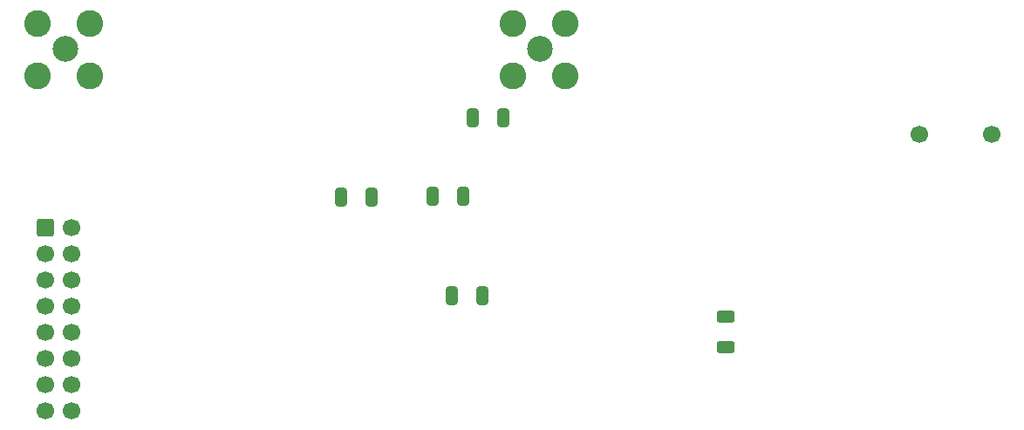
<source format=gbs>
G04 #@! TF.GenerationSoftware,KiCad,Pcbnew,7.0.10*
G04 #@! TF.CreationDate,2024-02-19T19:09:55-05:00*
G04 #@! TF.ProjectId,qsd2,71736432-2e6b-4696-9361-645f70636258,rev?*
G04 #@! TF.SameCoordinates,Original*
G04 #@! TF.FileFunction,Soldermask,Bot*
G04 #@! TF.FilePolarity,Negative*
%FSLAX46Y46*%
G04 Gerber Fmt 4.6, Leading zero omitted, Abs format (unit mm)*
G04 Created by KiCad (PCBNEW 7.0.10) date 2024-02-19 19:09:55*
%MOMM*%
%LPD*%
G01*
G04 APERTURE LIST*
G04 Aperture macros list*
%AMRoundRect*
0 Rectangle with rounded corners*
0 $1 Rounding radius*
0 $2 $3 $4 $5 $6 $7 $8 $9 X,Y pos of 4 corners*
0 Add a 4 corners polygon primitive as box body*
4,1,4,$2,$3,$4,$5,$6,$7,$8,$9,$2,$3,0*
0 Add four circle primitives for the rounded corners*
1,1,$1+$1,$2,$3*
1,1,$1+$1,$4,$5*
1,1,$1+$1,$6,$7*
1,1,$1+$1,$8,$9*
0 Add four rect primitives between the rounded corners*
20,1,$1+$1,$2,$3,$4,$5,0*
20,1,$1+$1,$4,$5,$6,$7,0*
20,1,$1+$1,$6,$7,$8,$9,0*
20,1,$1+$1,$8,$9,$2,$3,0*%
G04 Aperture macros list end*
%ADD10C,2.600000*%
%ADD11C,2.500000*%
%ADD12C,1.700000*%
%ADD13RoundRect,0.250000X-0.600000X-0.600000X0.600000X-0.600000X0.600000X0.600000X-0.600000X0.600000X0*%
%ADD14RoundRect,0.250000X0.325000X0.650000X-0.325000X0.650000X-0.325000X-0.650000X0.325000X-0.650000X0*%
%ADD15RoundRect,0.250000X-0.325000X-0.650000X0.325000X-0.650000X0.325000X0.650000X-0.325000X0.650000X0*%
%ADD16RoundRect,0.250000X-0.625000X0.312500X-0.625000X-0.312500X0.625000X-0.312500X0.625000X0.312500X0*%
G04 APERTURE END LIST*
D10*
X102495000Y-42672000D03*
X102495000Y-47752000D03*
X107575000Y-42672000D03*
X107575000Y-47752000D03*
D11*
X105135000Y-45137000D03*
D10*
X148590000Y-42672000D03*
X148590000Y-47752000D03*
X153670000Y-42672000D03*
X153670000Y-47752000D03*
D11*
X151230000Y-45137000D03*
D12*
X195051500Y-53450000D03*
X188051500Y-53450000D03*
D13*
X103210000Y-62500000D03*
D12*
X105750000Y-62500000D03*
X103210000Y-65040000D03*
X105750000Y-65040000D03*
X103210000Y-67580000D03*
X105750000Y-67580000D03*
X103210000Y-70120000D03*
X105750000Y-70120000D03*
X103210000Y-72660000D03*
X105750000Y-72660000D03*
X103210000Y-75200000D03*
X105750000Y-75200000D03*
X103210000Y-77740000D03*
X105750000Y-77740000D03*
X103210000Y-80280000D03*
X105750000Y-80280000D03*
D14*
X134875000Y-59550000D03*
X131925000Y-59550000D03*
X145669000Y-69088000D03*
X142719000Y-69088000D03*
D15*
X140858000Y-59451000D03*
X143808000Y-59451000D03*
D14*
X147652000Y-51816000D03*
X144702000Y-51816000D03*
D16*
X169291000Y-71120000D03*
X169291000Y-74045000D03*
M02*

</source>
